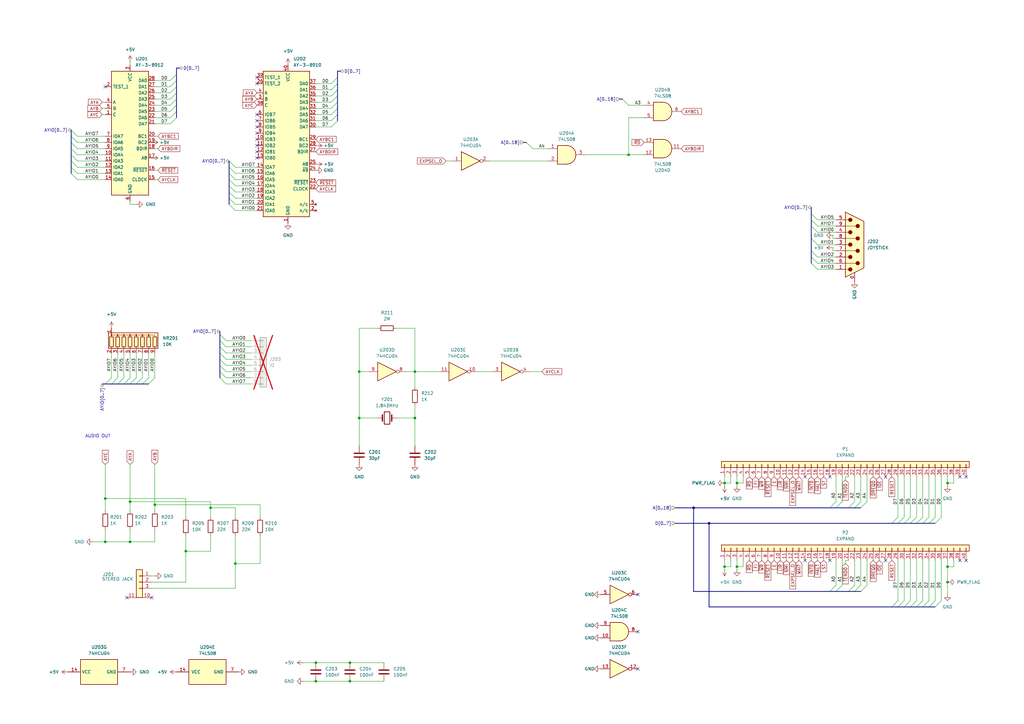
<source format=kicad_sch>
(kicad_sch (version 20231120) (generator "eeschema") (generator_version "8.0")
  (paper "A3")
  (junction (at 388.62 198.12))
  (junction (at 53.34 222.25))
  (junction (at 388.62 238.76))
  (junction (at 143.51 279.4))
  (junction (at 302.26 232.41))
  (junction (at 129.54 279.4))
  (junction (at 170.18 171.45))
  (junction (at 302.26 198.12))
  (junction (at 257.81 63.5))
  (junction (at 290.83 214.63))
  (junction (at 76.2 226.06))
  (junction (at 43.18 222.25))
  (junction (at 63.5 207.01))
  (junction (at 388.62 232.41))
  (junction (at 284.48 208.28))
  (junction (at 53.34 205.74))
  (junction (at 297.18 198.12))
  (junction (at 86.36 208.28))
  (junction (at 147.32 152.4))
  (junction (at 43.18 204.47))
  (junction (at 129.54 271.78))
  (junction (at 143.51 271.78))
  (junction (at 96.52 231.14))
  (junction (at 297.18 232.41))
  (junction (at 170.18 152.4))
  (junction (at 147.32 171.45))
  (no_connect (at 330.2 229.87))
  (no_connect (at 43.18 35.56))
  (no_connect (at 105.41 31.75))
  (no_connect (at 105.41 46.99))
  (no_connect (at 52.07 245.11))
  (no_connect (at 261.62 259.08))
  (no_connect (at 261.62 243.84))
  (no_connect (at 105.41 57.15))
  (no_connect (at 105.41 34.29))
  (no_connect (at 396.24 195.58))
  (no_connect (at 261.62 274.32))
  (no_connect (at 62.23 245.11))
  (no_connect (at 105.41 62.23))
  (no_connect (at 340.36 229.87))
  (no_connect (at 393.7 229.87))
  (no_connect (at 105.41 49.53))
  (no_connect (at 105.41 54.61))
  (no_connect (at 393.7 195.58))
  (no_connect (at 363.22 195.58))
  (no_connect (at 396.24 229.87))
  (no_connect (at 363.22 229.87))
  (no_connect (at 330.2 195.58))
  (no_connect (at 105.41 52.07))
  (no_connect (at 105.41 59.69))
  (no_connect (at 340.36 195.58))
  (no_connect (at 105.41 64.77))
  (bus_entry (at 332.74 102.87) (size 2.54 2.54))
  (bus_entry (at 135.89 41.91) (size 2.54 -2.54))
  (bus_entry (at 58.42 157.48) (size 2.54 -2.54))
  (bus_entry (at 135.89 52.07) (size 2.54 -2.54))
  (bus_entry (at 332.74 97.79) (size 2.54 2.54))
  (bus_entry (at 93.98 71.12) (size 2.54 2.54))
  (bus_entry (at 90.17 154.94) (size 2.54 2.54))
  (bus_entry (at 29.21 63.5) (size 2.54 2.54))
  (bus_entry (at 135.89 39.37) (size 2.54 -2.54))
  (bus_entry (at 93.98 73.66) (size 2.54 2.54))
  (bus_entry (at 60.96 157.48) (size 2.54 -2.54))
  (bus_entry (at 342.9 242.57) (size 2.54 -2.54))
  (bus_entry (at 29.21 60.96) (size 2.54 2.54))
  (bus_entry (at 340.36 208.28) (size 2.54 -2.54))
  (bus_entry (at 375.92 214.63) (size 2.54 -2.54))
  (bus_entry (at 373.38 214.63) (size 2.54 -2.54))
  (bus_entry (at 342.9 208.28) (size 2.54 -2.54))
  (bus_entry (at 45.72 157.48) (size 2.54 -2.54))
  (bus_entry (at 332.74 107.95) (size 2.54 2.54))
  (bus_entry (at 93.98 83.82) (size 2.54 2.54))
  (bus_entry (at 93.98 78.74) (size 2.54 2.54))
  (bus_entry (at 368.3 214.63) (size 2.54 -2.54))
  (bus_entry (at 69.85 38.1) (size 2.54 -2.54))
  (bus_entry (at 373.38 248.92) (size 2.54 -2.54))
  (bus_entry (at 375.92 248.92) (size 2.54 -2.54))
  (bus_entry (at 135.89 49.53) (size 2.54 -2.54))
  (bus_entry (at 135.89 44.45) (size 2.54 -2.54))
  (bus_entry (at 370.84 214.63) (size 2.54 -2.54))
  (bus_entry (at 383.54 248.92) (size 2.54 -2.54))
  (bus_entry (at 69.85 43.18) (size 2.54 -2.54))
  (bus_entry (at 353.06 208.28) (size 2.54 -2.54))
  (bus_entry (at 29.21 66.04) (size 2.54 2.54))
  (bus_entry (at 347.98 242.57) (size 2.54 -2.54))
  (bus_entry (at 350.52 242.57) (size 2.54 -2.54))
  (bus_entry (at 381 214.63) (size 2.54 -2.54))
  (bus_entry (at 69.85 33.02) (size 2.54 -2.54))
  (bus_entry (at 48.26 157.48) (size 2.54 -2.54))
  (bus_entry (at 332.74 92.71) (size 2.54 2.54))
  (bus_entry (at 29.21 68.58) (size 2.54 2.54))
  (bus_entry (at 93.98 66.04) (size 2.54 2.54))
  (bus_entry (at 353.06 242.57) (size 2.54 -2.54))
  (bus_entry (at 90.17 152.4) (size 2.54 2.54))
  (bus_entry (at 69.85 50.8) (size 2.54 -2.54))
  (bus_entry (at 43.18 157.48) (size 2.54 -2.54))
  (bus_entry (at 368.3 248.92) (size 2.54 -2.54))
  (bus_entry (at 135.89 36.83) (size 2.54 -2.54))
  (bus_entry (at 215.9 58.42) (size 2.54 2.54))
  (bus_entry (at 365.76 214.63) (size 2.54 -2.54))
  (bus_entry (at 340.36 242.57) (size 2.54 -2.54))
  (bus_entry (at 255.27 40.64) (size 2.54 2.54))
  (bus_entry (at 90.17 139.7) (size 2.54 2.54))
  (bus_entry (at 29.21 71.12) (size 2.54 2.54))
  (bus_entry (at 69.85 45.72) (size 2.54 -2.54))
  (bus_entry (at 90.17 147.32) (size 2.54 2.54))
  (bus_entry (at 55.88 157.48) (size 2.54 -2.54))
  (bus_entry (at 370.84 248.92) (size 2.54 -2.54))
  (bus_entry (at 90.17 137.16) (size 2.54 2.54))
  (bus_entry (at 135.89 34.29) (size 2.54 -2.54))
  (bus_entry (at 69.85 48.26) (size 2.54 -2.54))
  (bus_entry (at 383.54 214.63) (size 2.54 -2.54))
  (bus_entry (at 93.98 81.28) (size 2.54 2.54))
  (bus_entry (at 93.98 76.2) (size 2.54 2.54))
  (bus_entry (at 378.46 214.63) (size 2.54 -2.54))
  (bus_entry (at 69.85 40.64) (size 2.54 -2.54))
  (bus_entry (at 29.21 58.42) (size 2.54 2.54))
  (bus_entry (at 135.89 46.99) (size 2.54 -2.54))
  (bus_entry (at 350.52 208.28) (size 2.54 -2.54))
  (bus_entry (at 90.17 149.86) (size 2.54 2.54))
  (bus_entry (at 347.98 208.28) (size 2.54 -2.54))
  (bus_entry (at 365.76 248.92) (size 2.54 -2.54))
  (bus_entry (at 69.85 35.56) (size 2.54 -2.54))
  (bus_entry (at 378.46 248.92) (size 2.54 -2.54))
  (bus_entry (at 90.17 142.24) (size 2.54 2.54))
  (bus_entry (at 332.74 87.63) (size 2.54 2.54))
  (bus_entry (at 29.21 55.88) (size 2.54 2.54))
  (bus_entry (at 29.21 53.34) (size 2.54 2.54))
  (bus_entry (at 332.74 90.17) (size 2.54 2.54))
  (bus_entry (at 381 248.92) (size 2.54 -2.54))
  (bus_entry (at 53.34 157.48) (size 2.54 -2.54))
  (bus_entry (at 93.98 68.58) (size 2.54 2.54))
  (bus_entry (at 50.8 157.48) (size 2.54 -2.54))
  (bus_entry (at 90.17 144.78) (size 2.54 2.54))
  (bus_entry (at 332.74 105.41) (size 2.54 2.54))
  (wire (pts (xy 63.5 58.42) (xy 62.23 58.42)))
  (bus (pts (xy 290.83 248.92) (xy 365.76 248.92)))
  (wire (pts (xy 96.52 219.71) (xy 96.52 231.14)))
  (bus (pts (xy 340.36 208.28) (xy 342.9 208.28)))
  (bus (pts (xy 90.17 147.32) (xy 90.17 149.86)))
  (wire (pts (xy 43.18 190.5) (xy 43.18 204.47)))
  (wire (pts (xy 48.26 154.94) (xy 48.26 144.78)))
  (bus (pts (xy 93.98 73.66) (xy 93.98 76.2)))
  (wire (pts (xy 43.18 204.47) (xy 76.2 204.47)))
  (wire (pts (xy 43.18 41.91) (xy 41.91 41.91)))
  (wire (pts (xy 63.5 207.01) (xy 106.68 207.01)))
  (wire (pts (xy 154.94 134.62) (xy 147.32 134.62)))
  (wire (pts (xy 143.51 271.78) (xy 157.48 271.78)))
  (bus (pts (xy 93.98 66.04) (xy 93.98 68.58)))
  (wire (pts (xy 335.28 100.33) (xy 342.9 100.33)))
  (bus (pts (xy 365.76 248.92) (xy 368.3 248.92)))
  (wire (pts (xy 381 195.58) (xy 381 212.09)))
  (wire (pts (xy 63.5 154.94) (xy 63.5 144.78)))
  (wire (pts (xy 388.62 198.12) (xy 388.62 195.58)))
  (wire (pts (xy 162.56 171.45) (xy 170.18 171.45)))
  (wire (pts (xy 257.81 63.5) (xy 240.03 63.5)))
  (wire (pts (xy 96.52 76.2) (xy 105.41 76.2)))
  (wire (pts (xy 62.23 241.3) (xy 96.52 241.3)))
  (bus (pts (xy 90.17 135.89) (xy 90.17 137.16)))
  (wire (pts (xy 63.5 222.25) (xy 63.5 217.17)))
  (wire (pts (xy 378.46 195.58) (xy 378.46 212.09)))
  (wire (pts (xy 297.18 198.12) (xy 299.72 198.12)))
  (wire (pts (xy 341.63 101.6) (xy 341.63 102.87)))
  (wire (pts (xy 63.5 64.77) (xy 62.23 64.77)))
  (wire (pts (xy 388.62 198.12) (xy 391.16 198.12)))
  (wire (pts (xy 391.16 232.41) (xy 391.16 229.87)))
  (wire (pts (xy 345.44 195.58) (xy 345.44 205.74)))
  (wire (pts (xy 64.77 69.85) (xy 63.5 69.85)))
  (bus (pts (xy 72.39 35.56) (xy 72.39 38.1)))
  (wire (pts (xy 38.1 222.25) (xy 43.18 222.25)))
  (bus (pts (xy 93.98 78.74) (xy 93.98 81.28)))
  (wire (pts (xy 375.92 195.58) (xy 375.92 212.09)))
  (bus (pts (xy 58.42 157.48) (xy 60.96 157.48)))
  (bus (pts (xy 55.88 157.48) (xy 58.42 157.48)))
  (wire (pts (xy 64.77 73.66) (xy 63.5 73.66)))
  (wire (pts (xy 129.54 279.4) (xy 143.51 279.4)))
  (bus (pts (xy 48.26 157.48) (xy 50.8 157.48)))
  (wire (pts (xy 170.18 152.4) (xy 180.34 152.4)))
  (wire (pts (xy 43.18 44.45) (xy 41.91 44.45)))
  (wire (pts (xy 342.9 229.87) (xy 342.9 240.03)))
  (wire (pts (xy 257.81 48.26) (xy 257.81 63.5)))
  (wire (pts (xy 335.28 92.71) (xy 342.9 92.71)))
  (bus (pts (xy 93.98 71.12) (xy 93.98 73.66)))
  (bus (pts (xy 72.39 45.72) (xy 72.39 48.26)))
  (wire (pts (xy 170.18 134.62) (xy 170.18 152.4)))
  (wire (pts (xy 335.28 110.49) (xy 342.9 110.49)))
  (wire (pts (xy 297.18 199.39) (xy 297.18 198.12)))
  (wire (pts (xy 129.54 34.29) (xy 135.89 34.29)))
  (bus (pts (xy 138.43 46.99) (xy 138.43 49.53)))
  (bus (pts (xy 214.63 58.42) (xy 215.9 58.42)))
  (wire (pts (xy 96.52 86.36) (xy 105.41 86.36)))
  (wire (pts (xy 96.52 78.74) (xy 105.41 78.74)))
  (wire (pts (xy 96.52 212.09) (xy 96.52 208.28)))
  (bus (pts (xy 45.72 157.48) (xy 48.26 157.48)))
  (wire (pts (xy 370.84 195.58) (xy 370.84 212.09)))
  (wire (pts (xy 86.36 205.74) (xy 86.36 208.28)))
  (bus (pts (xy 332.74 92.71) (xy 332.74 97.79)))
  (wire (pts (xy 335.28 105.41) (xy 342.9 105.41)))
  (bus (pts (xy 276.86 208.28) (xy 284.48 208.28)))
  (wire (pts (xy 297.18 232.41) (xy 299.72 232.41)))
  (wire (pts (xy 62.23 238.76) (xy 76.2 238.76)))
  (wire (pts (xy 378.46 229.87) (xy 378.46 246.38)))
  (wire (pts (xy 302.26 232.41) (xy 304.8 232.41)))
  (bus (pts (xy 370.84 214.63) (xy 373.38 214.63)))
  (wire (pts (xy 92.71 139.7) (xy 102.87 139.7)))
  (bus (pts (xy 90.17 142.24) (xy 90.17 144.78)))
  (bus (pts (xy 43.18 157.48) (xy 45.72 157.48)))
  (wire (pts (xy 162.56 134.62) (xy 170.18 134.62)))
  (wire (pts (xy 96.52 73.66) (xy 105.41 73.66)))
  (wire (pts (xy 381 229.87) (xy 381 246.38)))
  (wire (pts (xy 373.38 229.87) (xy 373.38 246.38)))
  (bus (pts (xy 29.21 68.58) (xy 29.21 71.12)))
  (bus (pts (xy 332.74 102.87) (xy 332.74 105.41)))
  (bus (pts (xy 138.43 41.91) (xy 138.43 44.45)))
  (wire (pts (xy 386.08 229.87) (xy 386.08 246.38)))
  (wire (pts (xy 302.26 232.41) (xy 302.26 229.87)))
  (wire (pts (xy 124.46 271.78) (xy 129.54 271.78)))
  (wire (pts (xy 383.54 229.87) (xy 383.54 246.38)))
  (wire (pts (xy 302.26 199.39) (xy 302.26 198.12)))
  (wire (pts (xy 64.77 55.88) (xy 63.5 55.88)))
  (wire (pts (xy 264.16 48.26) (xy 257.81 48.26)))
  (wire (pts (xy 335.28 90.17) (xy 342.9 90.17)))
  (wire (pts (xy 63.5 38.1) (xy 69.85 38.1)))
  (bus (pts (xy 90.17 152.4) (xy 90.17 154.94)))
  (wire (pts (xy 388.62 199.39) (xy 388.62 198.12)))
  (bus (pts (xy 41.91 157.48) (xy 43.18 157.48)))
  (wire (pts (xy 64.77 60.96) (xy 63.5 60.96)))
  (wire (pts (xy 166.37 152.4) (xy 170.18 152.4)))
  (bus (pts (xy 373.38 248.92) (xy 375.92 248.92)))
  (wire (pts (xy 129.54 49.53) (xy 135.89 49.53)))
  (bus (pts (xy 342.9 208.28) (xy 347.98 208.28)))
  (bus (pts (xy 276.86 214.63) (xy 290.83 214.63)))
  (wire (pts (xy 170.18 166.37) (xy 170.18 171.45)))
  (wire (pts (xy 147.32 134.62) (xy 147.32 152.4)))
  (bus (pts (xy 340.36 242.57) (xy 342.9 242.57)))
  (wire (pts (xy 31.75 63.5) (xy 43.18 63.5)))
  (wire (pts (xy 92.71 152.4) (xy 102.87 152.4)))
  (bus (pts (xy 29.21 53.34) (xy 29.21 55.88)))
  (wire (pts (xy 368.3 229.87) (xy 368.3 246.38)))
  (wire (pts (xy 92.71 144.78) (xy 102.87 144.78)))
  (bus (pts (xy 368.3 248.92) (xy 370.84 248.92)))
  (wire (pts (xy 92.71 154.94) (xy 102.87 154.94)))
  (wire (pts (xy 86.36 219.71) (xy 86.36 226.06)))
  (wire (pts (xy 264.16 63.5) (xy 257.81 63.5)))
  (wire (pts (xy 375.92 229.87) (xy 375.92 246.38)))
  (bus (pts (xy 72.39 30.48) (xy 72.39 33.02)))
  (wire (pts (xy 55.88 154.94) (xy 55.88 144.78)))
  (wire (pts (xy 53.34 190.5) (xy 53.34 205.74)))
  (bus (pts (xy 350.52 242.57) (xy 353.06 242.57)))
  (wire (pts (xy 31.75 55.88) (xy 43.18 55.88)))
  (wire (pts (xy 335.28 107.95) (xy 342.9 107.95)))
  (bus (pts (xy 347.98 208.28) (xy 350.52 208.28)))
  (bus (pts (xy 93.98 76.2) (xy 93.98 78.74)))
  (wire (pts (xy 299.72 198.12) (xy 299.72 195.58)))
  (wire (pts (xy 335.28 95.25) (xy 342.9 95.25)))
  (wire (pts (xy 147.32 152.4) (xy 147.32 171.45)))
  (wire (pts (xy 147.32 152.4) (xy 151.13 152.4)))
  (bus (pts (xy 138.43 36.83) (xy 138.43 39.37)))
  (wire (pts (xy 147.32 171.45) (xy 147.32 182.88)))
  (wire (pts (xy 341.63 97.79) (xy 342.9 97.79)))
  (wire (pts (xy 31.75 71.12) (xy 43.18 71.12)))
  (bus (pts (xy 53.34 157.48) (xy 55.88 157.48)))
  (wire (pts (xy 58.42 154.94) (xy 58.42 144.78)))
  (bus (pts (xy 93.98 68.58) (xy 93.98 71.12)))
  (wire (pts (xy 53.34 205.74) (xy 53.34 209.55)))
  (wire (pts (xy 31.75 60.96) (xy 43.18 60.96)))
  (bus (pts (xy 254 40.64) (xy 255.27 40.64)))
  (bus (pts (xy 332.74 90.17) (xy 332.74 92.71)))
  (wire (pts (xy 353.06 195.58) (xy 353.06 205.74)))
  (wire (pts (xy 346.71 231.14) (xy 346.71 229.87)))
  (wire (pts (xy 63.5 48.26) (xy 69.85 48.26)))
  (wire (pts (xy 341.63 96.52) (xy 341.63 97.79)))
  (wire (pts (xy 388.62 238.76) (xy 388.62 232.41)))
  (wire (pts (xy 96.52 71.12) (xy 105.41 71.12)))
  (wire (pts (xy 53.34 83.82) (xy 55.88 83.82)))
  (wire (pts (xy 129.54 36.83) (xy 135.89 36.83)))
  (wire (pts (xy 106.68 231.14) (xy 106.68 219.71)))
  (wire (pts (xy 92.71 142.24) (xy 102.87 142.24)))
  (wire (pts (xy 96.52 208.28) (xy 86.36 208.28)))
  (wire (pts (xy 386.08 195.58) (xy 386.08 212.09)))
  (bus (pts (xy 29.21 63.5) (xy 29.21 66.04)))
  (wire (pts (xy 297.18 232.41) (xy 297.18 229.87)))
  (wire (pts (xy 302.26 198.12) (xy 304.8 198.12)))
  (bus (pts (xy 72.39 43.18) (xy 72.39 45.72)))
  (wire (pts (xy 185.42 66.04) (xy 182.88 66.04)))
  (wire (pts (xy 129.54 46.99) (xy 135.89 46.99)))
  (bus (pts (xy 332.74 97.79) (xy 332.74 102.87)))
  (bus (pts (xy 29.21 66.04) (xy 29.21 68.58)))
  (wire (pts (xy 304.8 232.41) (xy 304.8 229.87)))
  (bus (pts (xy 365.76 214.63) (xy 368.3 214.63)))
  (bus (pts (xy 284.48 208.28) (xy 284.48 242.57)))
  (bus (pts (xy 138.43 29.21) (xy 138.43 31.75)))
  (wire (pts (xy 96.52 83.82) (xy 105.41 83.82)))
  (wire (pts (xy 297.18 198.12) (xy 297.18 195.58)))
  (bus (pts (xy 73.66 27.94) (xy 72.39 27.94)))
  (bus (pts (xy 381 248.92) (xy 383.54 248.92)))
  (wire (pts (xy 129.54 52.07) (xy 135.89 52.07)))
  (wire (pts (xy 304.8 198.12) (xy 304.8 195.58)))
  (wire (pts (xy 346.71 229.87) (xy 347.98 229.87)))
  (bus (pts (xy 378.46 248.92) (xy 381 248.92)))
  (wire (pts (xy 31.75 58.42) (xy 43.18 58.42)))
  (bus (pts (xy 370.84 248.92) (xy 373.38 248.92)))
  (bus (pts (xy 90.17 144.78) (xy 90.17 147.32)))
  (bus (pts (xy 72.39 33.02) (xy 72.39 35.56)))
  (wire (pts (xy 86.36 226.06) (xy 76.2 226.06)))
  (wire (pts (xy 224.79 60.96) (xy 218.44 60.96)))
  (bus (pts (xy 90.17 139.7) (xy 90.17 142.24)))
  (wire (pts (xy 353.06 229.87) (xy 353.06 240.03)))
  (bus (pts (xy 350.52 208.28) (xy 353.06 208.28)))
  (wire (pts (xy 31.75 66.04) (xy 43.18 66.04)))
  (bus (pts (xy 368.3 214.63) (xy 370.84 214.63)))
  (wire (pts (xy 53.34 83.82) (xy 53.34 82.55)))
  (wire (pts (xy 76.2 238.76) (xy 76.2 226.06)))
  (wire (pts (xy 143.51 279.4) (xy 157.48 279.4)))
  (wire (pts (xy 63.5 40.64) (xy 69.85 40.64)))
  (wire (pts (xy 383.54 195.58) (xy 383.54 212.09)))
  (wire (pts (xy 43.18 217.17) (xy 43.18 222.25)))
  (wire (pts (xy 350.52 229.87) (xy 350.52 240.03)))
  (wire (pts (xy 63.5 190.5) (xy 63.5 207.01)))
  (bus (pts (xy 290.83 214.63) (xy 365.76 214.63)))
  (wire (pts (xy 170.18 152.4) (xy 170.18 158.75)))
  (bus (pts (xy 50.8 157.48) (xy 53.34 157.48)))
  (wire (pts (xy 43.18 222.25) (xy 53.34 222.25)))
  (wire (pts (xy 60.96 154.94) (xy 60.96 144.78)))
  (wire (pts (xy 222.25 152.4) (xy 217.17 152.4)))
  (wire (pts (xy 355.6 229.87) (xy 355.6 240.03)))
  (wire (pts (xy 96.52 68.58) (xy 105.41 68.58)))
  (bus (pts (xy 347.98 242.57) (xy 350.52 242.57)))
  (wire (pts (xy 129.54 39.37) (xy 135.89 39.37)))
  (bus (pts (xy 375.92 248.92) (xy 378.46 248.92)))
  (wire (pts (xy 50.8 154.94) (xy 50.8 144.78)))
  (wire (pts (xy 355.6 195.58) (xy 355.6 205.74)))
  (wire (pts (xy 31.75 68.58) (xy 43.18 68.58)))
  (wire (pts (xy 63.5 50.8) (xy 69.85 50.8)))
  (wire (pts (xy 170.18 171.45) (xy 170.18 182.88)))
  (wire (pts (xy 388.62 232.41) (xy 388.62 229.87)))
  (wire (pts (xy 264.16 43.18) (xy 257.81 43.18)))
  (wire (pts (xy 63.5 45.72) (xy 69.85 45.72)))
  (wire (pts (xy 53.34 154.94) (xy 53.34 144.78)))
  (wire (pts (xy 391.16 198.12) (xy 391.16 195.58)))
  (wire (pts (xy 76.2 226.06) (xy 76.2 219.71)))
  (bus (pts (xy 375.92 214.63) (xy 378.46 214.63)))
  (wire (pts (xy 76.2 204.47) (xy 76.2 212.09)))
  (wire (pts (xy 124.46 279.4) (xy 129.54 279.4)))
  (wire (pts (xy 63.5 33.02) (xy 69.85 33.02)))
  (wire (pts (xy 368.3 195.58) (xy 368.3 212.09)))
  (wire (pts (xy 147.32 171.45) (xy 154.94 171.45)))
  (wire (pts (xy 63.5 207.01) (xy 63.5 209.55)))
  (wire (pts (xy 299.72 232.41) (xy 299.72 229.87)))
  (wire (pts (xy 62.23 236.22) (xy 63.5 236.22)))
  (bus (pts (xy 290.83 214.63) (xy 290.83 248.92)))
  (bus (pts (xy 332.74 87.63) (xy 332.74 90.17)))
  (wire (pts (xy 92.71 147.32) (xy 102.87 147.32)))
  (wire (pts (xy 45.72 154.94) (xy 45.72 144.78)))
  (wire (pts (xy 346.71 195.58) (xy 347.98 195.58)))
  (wire (pts (xy 53.34 217.17) (xy 53.34 222.25)))
  (bus (pts (xy 93.98 81.28) (xy 93.98 83.82)))
  (wire (pts (xy 195.58 152.4) (xy 201.93 152.4)))
  (bus (pts (xy 284.48 208.28) (xy 340.36 208.28)))
  (wire (pts (xy 92.71 149.86) (xy 102.87 149.86)))
  (wire (pts (xy 373.38 195.58) (xy 373.38 212.09)))
  (wire (pts (xy 297.18 233.68) (xy 297.18 232.41)))
  (bus (pts (xy 138.43 31.75) (xy 138.43 34.29)))
  (bus (pts (xy 378.46 214.63) (xy 381 214.63)))
  (wire (pts (xy 341.63 102.87) (xy 342.9 102.87)))
  (bus (pts (xy 29.21 60.96) (xy 29.21 63.5)))
  (wire (pts (xy 106.68 207.01) (xy 106.68 212.09)))
  (wire (pts (xy 96.52 81.28) (xy 105.41 81.28)))
  (bus (pts (xy 72.39 40.64) (xy 72.39 43.18)))
  (bus (pts (xy 72.39 27.94) (xy 72.39 30.48)))
  (wire (pts (xy 43.18 46.99) (xy 41.91 46.99)))
  (wire (pts (xy 129.54 41.91) (xy 135.89 41.91)))
  (bus (pts (xy 138.43 39.37) (xy 138.43 41.91)))
  (wire (pts (xy 224.79 66.04) (xy 200.66 66.04)))
  (wire (pts (xy 302.26 233.68) (xy 302.26 232.41)))
  (bus (pts (xy 342.9 242.57) (xy 347.98 242.57)))
  (bus (pts (xy 373.38 214.63) (xy 375.92 214.63)))
  (bus (pts (xy 90.17 149.86) (xy 90.17 152.4)))
  (wire (pts (xy 388.62 232.41) (xy 391.16 232.41)))
  (bus (pts (xy 139.7 29.21) (xy 138.43 29.21)))
  (wire (pts (xy 342.9 195.58) (xy 342.9 205.74)))
  (wire (pts (xy 43.18 204.47) (xy 43.18 209.55)))
  (wire (pts (xy 63.5 43.18) (xy 69.85 43.18)))
  (wire (pts (xy 92.71 157.48) (xy 102.87 157.48)))
  (wire (pts (xy 53.34 205.74) (xy 86.36 205.74)))
  (bus (pts (xy 29.21 55.88) (xy 29.21 58.42)))
  (bus (pts (xy 138.43 34.29) (xy 138.43 36.83)))
  (wire (pts (xy 302.26 198.12) (xy 302.26 195.58)))
  (wire (pts (xy 388.62 243.84) (xy 388.62 238.76)))
  (bus (pts (xy 332.74 105.41) (xy 332.74 107.95)))
  (wire (pts (xy 53.34 222.25) (xy 63.5 222.25)))
  (wire (pts (xy 129.54 44.45) (xy 135.89 44.45)))
  (wire (pts (xy 86.36 208.28) (xy 86.36 212.09)))
  (bus (pts (xy 284.48 242.57) (xy 340.36 242.57)))
  (bus (pts (xy 72.39 38.1) (xy 72.39 40.64)))
  (bus (pts (xy 29.21 58.42) (xy 29.21 60.96)))
  (wire (pts (xy 63.5 35.56) (xy 69.85 35.56)))
  (wire (pts (xy 96.52 231.14) (xy 96.52 241.3)))
  (wire (pts (xy 31.75 73.66) (xy 43.18 73.66)))
  (wire (pts (xy 370.84 229.87) (xy 370.84 246.38)))
  (bus (pts (xy 332.74 85.09) (xy 332.74 87.63)))
  (wire (pts (xy 350.52 195.58) (xy 350.52 205.74)))
  (wire (pts (xy 53.34 26.67) (xy 53.34 25.4)))
  (wire (pts (xy 96.52 231.14) (xy 106.68 231.14)))
  (bus (pts (xy 90.17 137.16) (xy 90.17 139.7)))
  (wire (pts (xy 345.44 229.87) (xy 345.44 240.03)))
  (wire (pts (xy 346.71 196.85) (xy 346.71 195.58)))
  (bus (pts (xy 381 214.63) (xy 383.54 214.63)))
  (bus (pts (xy 138.43 44.45) (xy 138.43 46.99)))
  (wire (pts (xy 129.54 271.78) (xy 143.51 271.78)))
  (text "AUDIO OUT\n" (at 34.925 179.705 0) (effects (font (size 1.27 1.27)) (justify left bottom)))
  (label "D6" (at 66.04 48.26 0))
  (label "D0" (at 386.08 207.01 90))
  (label "AYIO4" (at 99.06 76.2 0))
  (label "D6" (at 132.08 49.53 0))
  (label "A1" (at 345.44 238.76 90))
  (label "AYIO1" (at 95.25 142.24 0))
  (label "D2" (at 66.04 38.1 0))
  (label "D5" (at 373.38 241.3 90))
  (label "AYIO6" (at 48.26 152.4 90))
  (label "A3" (at 260.35 43.18 0))
  (label "AYIO5" (at 336.55 90.17 0))
  (label "AYIO3" (at 95.25 147.32 0))
  (label "AYIO1" (at 60.96 152.4 90))
  (label "D0" (at 132.08 34.29 0))
  (label "D2" (at 381 241.3 90))
  (label "AYIO5" (at 95.25 152.4 0))
  (label "A4" (at 355.6 204.47 90))
  (label "D4" (at 378.46 241.3 90))
  (label "D7" (at 66.04 50.8 0))
  (label "AYIO7" (at 34.925 55.88 0))
  (label "D2" (at 132.08 39.37 0))
  (label "D1" (at 383.54 241.3 90))
  (label "D3" (at 66.04 40.64 0))
  (label "AYIO2" (at 95.25 144.78 0))
  (label "AYIO4" (at 336.55 107.95 0))
  (label "D7" (at 368.3 207.01 90))
  (label "AYIO0" (at 95.25 139.7 0))
  (label "AYIO5" (at 34.925 60.96 0))
  (label "D4" (at 132.08 44.45 0))
  (label "A1" (at 345.44 204.47 90))
  (label "AYIO5" (at 99.06 73.66 0))
  (label "D3" (at 375.92 241.3 90))
  (label "AYIO2" (at 336.55 105.41 0))
  (label "A2" (at 350.52 238.76 90))
  (label "D5" (at 66.04 45.72 0))
  (label "AYIO3" (at 336.55 110.49 0))
  (label "D6" (at 370.84 241.3 90))
  (label "AYIO7" (at 336.55 92.71 0))
  (label "D3" (at 375.92 207.01 90))
  (label "A4" (at 355.6 238.76 90))
  (label "AYIO0" (at 99.06 86.36 0))
  (label "AYIO4" (at 53.34 152.4 90))
  (label "AYIO1" (at 99.06 83.82 0))
  (label "AYIO0" (at 336.55 95.25 0))
  (label "AYIO0" (at 63.5 152.4 90))
  (label "D0" (at 386.08 241.3 90))
  (label "D0" (at 66.04 33.02 0))
  (label "D4" (at 66.04 43.18 0))
  (label "AYIO7" (at 99.06 68.58 0))
  (label "D3" (at 132.08 41.91 0))
  (label "AYIO4" (at 95.25 149.86 0))
  (label "A0" (at 342.9 238.76 90))
  (label "AYIO3" (at 99.06 78.74 0))
  (label "AYIO1" (at 34.925 71.12 0))
  (label "AYIO0" (at 34.925 73.66 0))
  (label "D1" (at 66.04 35.56 0))
  (label "A3" (at 353.06 238.76 90))
  (label "AYIO6" (at 95.25 154.94 0))
  (label "AYIO1" (at 336.55 100.33 0))
  (label "D4" (at 378.46 207.01 90))
  (label "AYIO7" (at 45.72 152.4 90))
  (label "AYIO6" (at 99.06 71.12 0))
  (label "D5" (at 132.08 46.99 0))
  (label "D6" (at 370.84 207.01 90))
  (label "D1" (at 132.08 36.83 0))
  (label "AYIO7" (at 95.25 157.48 0))
  (label "A0" (at 342.9 204.47 90))
  (label "AYIO6" (at 34.925 58.42 0))
  (label "D1" (at 383.54 207.01 90))
  (label "AYIO4" (at 34.925 63.5 0))
  (label "AYIO2" (at 99.06 81.28 0))
  (label "A4" (at 220.98 60.96 0))
  (label "AYIO2" (at 34.925 68.58 0))
  (label "AYIO5" (at 50.8 152.4 90))
  (label "D7" (at 368.3 241.3 90))
  (label "A3" (at 353.06 204.47 90))
  (label "A2" (at 350.52 204.47 90))
  (label "AYIO2" (at 58.42 152.4 90))
  (label "D5" (at 373.38 207.01 90))
  (label "AYIO3" (at 55.88 152.4 90))
  (label "D2" (at 381 207.01 90))
  (label "D7" (at 132.08 52.07 0))
  (label "AYIO3" (at 34.925 66.04 0))
  (global_label "AYBC1" (shape input) (at 64.77 55.88 0) (property "Intersheetrefs" "${INTERSHEET_REFS}" (effects (hide yes))))
  (global_label "~{RESET}" (shape input) (at 314.96 195.58 270) (property "Intersheetrefs" "${INTERSHEET_REFS}" (effects (hide yes))))
  (global_label "ST" (shape input) (at 337.82 195.58 270) (property "Intersheetrefs" "${INTERSHEET_REFS}" (effects (hide yes))))
  (global_label "~{DREQ0}" (shape input) (at 358.14 229.87 270) (property "Intersheetrefs" "${INTERSHEET_REFS}" (effects (hide yes))))
  (global_label "~{RD}" (shape input) (at 307.34 195.58 270) (property "Intersheetrefs" "${INTERSHEET_REFS}" (effects (hide yes))))
  (global_label "AYBDIR" (shape input) (at 279.4 60.96 0) (property "Intersheetrefs" "${INTERSHEET_REFS}" (effects (hide yes))))
  (global_label "AYCLK" (shape input) (at 222.25 152.4 0) (property "Intersheetrefs" "${INTERSHEET_REFS}" (effects (hide yes))))
  (global_label "FI" (shape input) (at 309.88 195.58 270) (property "Intersheetrefs" "${INTERSHEET_REFS}" (effects (hide yes))))
  (global_label "~{LIR}" (shape input) (at 320.04 229.87 270) (property "Intersheetrefs" "${INTERSHEET_REFS}" (effects (hide yes))))
  (global_label "~{WAIT}" (shape input) (at 327.66 229.87 270) (property "Intersheetrefs" "${INTERSHEET_REFS}" (effects (hide yes))))
  (global_label "~{RESET}" (shape input) (at 64.77 69.85 0) (property "Intersheetrefs" "${INTERSHEET_REFS}" (effects (hide yes))))
  (global_label "~{NMI}" (shape input) (at 322.58 229.87 270) (property "Intersheetrefs" "${INTERSHEET_REFS}" (effects (hide yes))))
  (global_label "AYA" (shape input) (at 105.41 38.1 180) (property "Intersheetrefs" "${INTERSHEET_REFS}" (effects (hide yes))))
  (global_label "~{INT0}" (shape input) (at 332.74 195.58 270) (property "Intersheetrefs" "${INTERSHEET_REFS}" (effects (hide yes))))
  (global_label "ST" (shape input) (at 337.82 229.87 270) (property "Intersheetrefs" "${INTERSHEET_REFS}" (effects (hide yes))))
  (global_label "AYB" (shape input) (at 41.91 44.45 180) (property "Intersheetrefs" "${INTERSHEET_REFS}" (effects (hide yes))))
  (global_label "~{WR}" (shape input) (at 312.42 229.87 270) (property "Intersheetrefs" "${INTERSHEET_REFS}" (effects (hide yes))))
  (global_label "FI" (shape input) (at 309.88 229.87 270) (property "Intersheetrefs" "${INTERSHEET_REFS}" (effects (hide yes))))
  (global_label "AYC" (shape input) (at 41.91 46.99 180) (property "Intersheetrefs" "${INTERSHEET_REFS}" (effects (hide yes))))
  (global_label "~{RD}" (shape input) (at 307.34 229.87 270) (property "Intersheetrefs" "${INTERSHEET_REFS}" (effects (hide yes))))
  (global_label "AYCLK" (shape input) (at 64.77 73.66 0) (property "Intersheetrefs" "${INTERSHEET_REFS}" (effects (hide yes))))
  (global_label "~{IOE}" (shape input) (at 360.68 195.58 270) (property "Intersheetrefs" "${INTERSHEET_REFS}" (effects (hide yes))))
  (global_label "~{RESET}" (shape input) (at 129.54 74.93 0) (property "Intersheetrefs" "${INTERSHEET_REFS}" (effects (hide yes))))
  (global_label "~{HALT}" (shape input) (at 335.28 195.58 270) (property "Intersheetrefs" "${INTERSHEET_REFS}" (effects (hide yes))))
  (global_label "E" (shape input) (at 317.5 195.58 270) (property "Intersheetrefs" "${INTERSHEET_REFS}" (effects (hide yes))))
  (global_label "~{IOE}" (shape input) (at 360.68 229.87 270) (property "Intersheetrefs" "${INTERSHEET_REFS}" (effects (hide yes))))
  (global_label "~{WR}" (shape input) (at 312.42 195.58 270) (property "Intersheetrefs" "${INTERSHEET_REFS}" (effects (hide yes))))
  (global_label "AYBDIR" (shape input) (at 64.77 60.96 0) (property "Intersheetrefs" "${INTERSHEET_REFS}" (effects (hide yes))))
  (global_label "~{DREQ0}" (shape input) (at 358.14 195.58 270) (property "Intersheetrefs" "${INTERSHEET_REFS}" (effects (hide yes))))
  (global_label "EXPSEL_O" (shape input) (at 325.12 229.87 270) (property "Intersheetrefs" "${INTERSHEET_REFS}" (effects (hide yes))))
  (global_label "E" (shape input) (at 317.5 229.87 270) (property "Intersheetrefs" "${INTERSHEET_REFS}" (effects (hide yes))))
  (global_label "AYC" (shape input) (at 105.41 43.18 180) (property "Intersheetrefs" "${INTERSHEET_REFS}" (effects (hide yes))))
  (global_label "~{TEND0}" (shape input) (at 346.71 231.14 270) (property "Intersheetrefs" "${INTERSHEET_REFS}" (effects (hide yes))))
  (global_label "~{HALT}" (shape input) (at 335.28 229.87 270) (property "Intersheetrefs" "${INTERSHEET_REFS}" (effects (hide yes))))
  (global_label "AYBC1" (shape input) (at 129.54 57.15 0) (property "Intersheetrefs" "${INTERSHEET_REFS}" (effects (hide yes))))
  (global_label "AYCLK" (shape input) (at 129.54 77.47 0) (property "Intersheetrefs" "${INTERSHEET_REFS}" (effects (hide yes))))
  (global_label "AYBDIR" (shape input) (at 129.54 62.23 0) (property "Intersheetrefs" "${INTERSHEET_REFS}" (effects (hide yes))))
  (global_label "~{LIR}" (shape input) (at 320.04 195.58 270) (property "Intersheetrefs" "${INTERSHEET_REFS}" (effects (hide yes))))
  (global_label "~{WAIT}" (shape input) (at 327.66 195.58 270) (property "Intersheetrefs" "${INTERSHEET_REFS}" (effects (hide yes))))
  (global_label "~{NMI}" (shape input) (at 322.58 195.58 270) (property "Intersheetrefs" "${INTERSHEET_REFS}" (effects (hide yes))))
  (global_label "~{RESET}" (shape input) (at 314.96 229.87 270) (property "Intersheetrefs" "${INTERSHEET_REFS}" (effects (hide yes))))
  (global_label "~{TEND0}" (shape input) (at 346.71 196.85 270) (property "Intersheetrefs" "${INTERSHEET_REFS}" (effects (hide yes))))
  (global_label "AYB" (shape input) (at 105.41 40.64 180) (property "Intersheetrefs" "${INTERSHEET_REFS}" (effects (hide yes))))
  (global_label "AYBC1" (shape input) (at 279.4 45.72 0) (property "Intersheetrefs" "${INTERSHEET_REFS}" (effects (hide yes))))
  (global_label "EXPSEL_O" (shape input) (at 325.12 195.58 270) (property "Intersheetrefs" "${INTERSHEET_REFS}" (effects (hide yes))))
  (global_label "AYC" (shape input) (at 43.18 190.5 90) (property "Intersheetrefs" "${INTERSHEET_REFS}" (effects (hide yes))))
  (global_label "EXPSEL_O" (shape input) (at 182.88 66.04 180) (property "Intersheetrefs" "${INTERSHEET_REFS}" (effects (hide yes))))
  (global_label "~{INT0}" (shape input) (at 332.74 229.87 270) (property "Intersheetrefs" "${INTERSHEET_REFS}" (effects (hide yes))))
  (global_label "AYB" (shape input) (at 63.5 190.5 90) (property "Intersheetrefs" "${INTERSHEET_REFS}" (effects (hide yes))))
  (global_label "RESET" (shape input) (at 365.76 229.87 270) (property "Intersheetrefs" "${INTERSHEET_REFS}" (effects (hide yes))))
  (global_label "RESET" (shape input) (at 365.76 195.58 270) (property "Intersheetrefs" "${INTERSHEET_REFS}" (effects (hide yes))))
  (global_label "AYA" (shape input) (at 53.34 190.5 90) (property "Intersheetrefs" "${INTERSHEET_REFS}" (effects (hide yes))))
  (global_label "AYA" (shape input) (at 41.91 41.91 180) (property "Intersheetrefs" "${INTERSHEET_REFS}" (effects (hide yes))))
  (global_label "~{RD}" (shape input) (at 264.16 58.42 180) (property "Intersheetrefs" "${INTERSHEET_REFS}" (effects (hide yes))))
  (hierarchical_label "AYIO[0..7]" (shape bidirectional) (at 41.91 157.48 270))
  (hierarchical_label "D[0..7]" (shape bidirectional) (at 139.7 29.21 0))
  (hierarchical_label "D[0..7]" (shape bidirectional) (at 73.66 27.94 0))
  (hierarchical_label "AYIO[0..7]" (shape bidirectional) (at 90.17 135.89 180))
  (hierarchical_label "D[0..7]" (shape input) (at 276.86 214.63 180))
  (hierarchical_label "AYIO[0..7]" (shape bidirectional) (at 93.98 66.04 180))
  (hierarchical_label "AYIO[0..7]" (shape bidirectional) (at 332.74 85.09 180))
  (hierarchical_label "A[0..18]" (shape input) (at 214.63 58.42 180))
  (hierarchical_label "A[0..18]" (shape input) (at 276.86 208.28 180))
  (hierarchical_label "AYIO[0..7]" (shape bidirectional) (at 29.21 53.34 180))
  (hierarchical_label "A[0..18]" (shape input) (at 254 40.64 180))
  (symbol (lib_id "power:GND") (at 55.88 83.82 90) (unit 1)
    (property "Reference" "#PWR0205" (effects (hide yes)))
    (property "Value" "GND" (at 59.69 83.8199 90) (effects (justify right)))
    (property "Description" "Power symbol creates a global label with name \"GND\" , ground" (effects (hide yes)))
  )
  (symbol (lib_id "power:+5V") (at 27.94 275.59 90) (unit 1)
    (property "Reference" "#PWR0219" (effects (hide yes)))
    (property "Value" "+5V" (at 24.13 275.5899 90) (effects (justify left)))
    (property "Description" "Power symbol creates a global label with name \"+5V\"" (effects (hide yes)))
  )
  (symbol (lib_id "power:+5V") (at 129.54 59.69 270) (unit 1)
    (property "Reference" "#PWR0210" (effects (hide yes)))
    (property "Value" "+5V" (at 132.715 59.6899 90) (effects (justify left)))
    (property "Description" "Power symbol creates a global label with name \"+5V\"" (effects (hide yes)))
  )
  (symbol (lib_id "74xx:74LS04") (at 254 274.32 0) (unit 6)
    (property "Reference" "U203" (at 254 265.43 0))
    (property "Value" "74HCU04" (at 254 267.97 0))
    (property "Footprint" "011TIM:DIP-14_W7.62mm" (effects (hide yes)))
    (property "Datasheet" "http://www.ti.com/lit/gpn/sn74LS04" (effects (hide yes)))
    (property "Description" "Hex Inverter" (effects (hide yes)))
  )
  (symbol (lib_id "power:GND") (at 124.46 279.4 270) (unit 1)
    (property "Reference" "#PWR0233" (effects (hide yes)))
    (property "Value" "GND" (at 120.65 279.3999 90) (effects (justify right)))
    (property "Description" "Power symbol creates a global label with name \"GND\" , ground" (effects (hide yes)))
  )
  (symbol (lib_id "Connector_Generic:Conn_01x08") (at 107.95 147.32 0) (unit 1) (exclude_from_sim yes) (in_bom no) (on_board no) (dnp yes)
    (property "Reference" "J203" (at 110.49 147.3199 0) (effects (justify left)))
    (property "Value" "IO" (at 110.49 149.8599 0) (effects (justify left)))
    (property "Footprint" "Connector_PinHeader_2.54mm:PinHeader_1x08_P2.54mm_Vertical" (effects (hide yes)))
    (property "Description" "Generic connector, single row, 01x08, script generated (kicad-library-utils/schlib/autogen/connector/)" (effects (hide yes)))
  )
  (symbol (lib_id "power:+5V") (at 62.23 64.77 270) (unit 1)
    (property "Reference" "#PWR0207" (effects (hide yes)))
    (property "Value" "+5V" (at 65.405 64.7699 90) (effects (justify left)))
    (property "Description" "Power symbol creates a global label with name \"+5V\"" (effects (hide yes)))
  )
  (symbol (lib_id "Device:R_Network08") (at 55.88 139.7 0) (unit 1)
    (property "Reference" "NR201" (at 66.675 138.6839 0) (effects (justify left)))
    (property "Value" "10K" (at 66.675 141.2239 0) (effects (justify left)))
    (property "Footprint" "011TIM:R_Array_SIP9" (effects (hide yes)))
    (property "Datasheet" "http://www.vishay.com/docs/31509/csc.pdf" (effects (hide yes)))
    (property "Description" "8 resistor network, star topology, bussed resistors, small symbol" (effects (hide yes)))
  )
  (symbol (lib_id "TIMAYSound:AUDIO") (at 57.15 238.76 0) (mirror y) (unit 1)
    (property "Reference" "J201" (at 44.45 235.585 0))
    (property "Value" "STEREO JACK" (at 48.26 237.49 0))
    (property "Footprint" "011TIM:STEREO" (effects (hide yes)))
    (property "Description" "Generic connector, single row, 01x03, script generated (kicad-library-utils/schlib/autogen/connector/)" (effects (hide yes)))
  )
  (symbol (lib_id "TIMAYSound:AY-3-8910") (at 118.11 59.69 0) (unit 1)
    (property "Reference" "U202" (at 120.3041 24.13 0) (effects (justify left)))
    (property "Value" "AY-3-8910" (at 120.3041 26.67 0) (effects (justify left)))
    (property "Footprint" "011TIM:DIP-40_W15.24mm_Socket" (effects (hide yes)))
  )
  (symbol (lib_id "Device:C") (at 143.51 275.59 0) (unit 1)
    (property "Reference" "C204" (at 147.32 274.3199 0) (effects (justify left)))
    (property "Value" "100nF" (at 147.32 276.8599 0) (effects (justify left)))
    (property "Footprint" "011TIM:Ceramic Cap 5.00mm" (effects (hide yes)))
    (property "Description" "Unpolarized capacitor" (effects (hide yes)))
  )
  (symbol (lib_id "Device:R") (at 170.18 162.56 0) (unit 1)
    (property "Reference" "R212" (at 172.72 161.2899 0) (effects (justify left)))
    (property "Value" "1K" (at 172.72 163.8299 0) (effects (justify left)))
    (property "Footprint" "011TIM:Resistor 12.7mm" (effects (hide yes)))
    (property "Description" "Resistor" (effects (hide yes)))
    (property "LCSC" "C84376" (effects (hide yes)))
  )
  (symbol (lib_id "power:+5V") (at 118.11 26.67 0) (unit 1)
    (property "Reference" "#PWR0208" (effects (hide yes)))
    (property "Value" "+5V" (at 118.11 20.955 0))
    (property "Description" "Power symbol creates a global label with name \"+5V\"" (effects (hide yes)))
  )
  (symbol (lib_id "Device:C") (at 170.18 186.69 180) (unit 1)
    (property "Reference" "C202" (at 173.99 185.4199 0) (effects (justify right)))
    (property "Value" "30pF" (at 173.99 187.9599 0) (effects (justify right)))
    (property "Footprint" "011TIM:Ceramic Cap 5.00mm" (effects (hide yes)))
    (property "Description" "Unpolarized capacitor" (effects (hide yes)))
  )
  (symbol (lib_id "Connector_Generic:Conn_01x40") (at 345.44 190.5 90) (unit 1)
    (property "Reference" "P1" (at 346.71 184.15 90))
    (property "Value" "EXPAND" (at 346.71 186.69 90))
    (property "Footprint" "011TIM:PinHeader_2x20 2.54mm" (effects (hide yes)))
    (property "Description" "Generic connector, single row, 01x40, script generated (kicad-library-utils/schlib/autogen/connector/)" (effects (hide yes)))
  )
  (symbol (lib_id "power:+5V") (at 72.39 275.59 90) (unit 1)
    (property "Reference" "#PWR0222" (effects (hide yes)))
    (property "Value" "+5V" (at 68.58 275.5899 90) (effects (justify left)))
    (property "Description" "Power symbol creates a global label with name \"+5V\"" (effects (hide yes)))
  )
  (symbol (lib_id "Device:R") (at 96.52 215.9 180) (unit 1)
    (property "Reference" "R209" (at 99.06 214.6299 0) (effects (justify right)))
    (property "Value" "22K" (at 99.06 217.1699 0) (effects (justify right)))
    (property "Footprint" "011TIM:Resistor 12.7mm" (effects (hide yes)))
    (property "Description" "Resistor" (effects (hide yes)))
    (property "LCSC" "C114565" (effects (hide yes)))
  )
  (symbol (lib_id "power:+5V") (at 45.72 134.62 0) (unit 1)
    (property "Reference" "#PWR0203" (effects (hide yes)))
    (property "Value" "+5V" (at 45.72 128.905 0))
    (property "Description" "Power symbol creates a global label with name \"+5V\"" (effects (hide yes)))
  )
  (symbol (lib_id "power:+5V") (at 341.63 101.6 90) (unit 1)
    (property "Reference" "#PWR0224" (effects (hide yes)))
    (property "Value" "+5V" (at 337.82 101.5999 90) (effects (justify left)))
    (property "Description" "Power symbol creates a global label with name \"+5V\"" (effects (hide yes)))
  )
  (symbol (lib_id "power:+5V") (at 297.18 199.39 180) (unit 1)
    (property "Reference" "#PWR0213" (effects (hide yes)))
    (property "Value" "+5V" (at 297.18 204.47 0))
    (property "Description" "Power symbol creates a global label with name \"+5V\"" (effects (hide yes)))
  )
  (symbol (lib_id "Device:C") (at 157.48 275.59 0) (unit 1)
    (property "Reference" "C205" (at 161.29 274.3199 0) (effects (justify left)))
    (property "Value" "100nF" (at 161.29 276.8599 0) (effects (justify left)))
    (property "Footprint" "011TIM:Ceramic Cap 5.00mm" (effects (hide yes)))
    (property "Description" "Unpolarized capacitor" (effects (hide yes)))
  )
  (symbol (lib_id "power:+5V") (at 124.46 271.78 90) (unit 1)
    (property "Reference" "#PWR0232" (effects (hide yes)))
    (property "Value" "+5V" (at 120.65 271.7799 90) (effects (justify left)))
    (property "Description" "Power symbol creates a global label with name \"+5V\"" (effects (hide yes)))
  )
  (symbol (lib_id "74xx:74LS04") (at 209.55 152.4 0) (unit 2)
    (property "Reference" "U203" (at 209.55 143.51 0))
    (property "Value" "74HCU04" (at 209.55 146.05 0))
    (property "Footprint" "011TIM:DIP-14_W7.62mm" (effects (hide yes)))
    (property "Datasheet" "http://www.ti.com/lit/gpn/sn74LS04" (effects (hide yes)))
    (property "Description" "Hex Inverter" (effects (hide yes)))
  )
  (symbol (lib_id "power:GND") (at 246.38 243.84 270) (unit 1)
    (property "Reference" "#PWR0228" (effects (hide yes)))
    (property "Value" "GND" (at 243.84 243.8399 90) (effects (justify right)))
    (property "Description" "Power symbol creates a global label with name \"GND\" , ground" (effects (hide yes)))
  )
  (symbol (lib_id "power:+5V") (at 129.54 67.31 270) (unit 1)
    (property "Reference" "#PWR0211" (effects (hide yes)))
    (property "Value" "+5V" (at 132.715 67.3099 90) (effects (justify left)))
    (property "Description" "Power symbol creates a global label with name \"+5V\"" (effects (hide yes)))
  )
  (symbol (lib_id "Device:C") (at 129.54 275.59 0) (unit 1)
    (property "Reference" "C203" (at 133.35 274.3199 0) (effects (justify left)))
    (property "Value" "100nF" (at 133.35 276.8599 0) (effects (justify left)))
    (property "Footprint" "011TIM:Ceramic Cap 5.00mm" (effects (hide yes)))
    (property "Description" "Unpolarized capacitor" (effects (hide yes)))
  )
  (symbol (lib_id "74xx:74LS08") (at 271.78 45.72 0) (unit 2)
    (property "Reference" "U204" (at 271.7717 36.83 0))
    (property "Value" "74LS08" (at 271.7717 39.37 0))
    (property "Footprint" "011TIM:DIP-14_W7.62mm" (effects (hide yes)))
    (property "Datasheet" "http://www.ti.com/lit/gpn/sn74LS08" (effects (hide yes)))
    (property "Description" "Quad And2" (effects (hide yes)))
  )
  (symbol (lib_id "74xx:74LS08") (at 85.09 275.59 90) (unit 5)
    (property "Reference" "U204" (at 85.09 265.43 90))
    (property "Value" "74LS08" (at 85.09 267.97 90))
    (property "Footprint" "011TIM:DIP-14_W7.62mm" (effects (hide yes)))
    (property "Datasheet" "http://www.ti.com/lit/gpn/sn74LS08" (effects (hide yes)))
    (property "Description" "Quad And2" (effects (hide yes)))
  )
  (symbol (lib_id "power:GND") (at 97.79 275.59 90) (unit 1)
    (property "Reference" "#PWR0221" (effects (hide yes)))
    (property "Value" "GND" (at 101.6 275.5899 90) (effects (justify right)))
    (property "Description" "Power symbol creates a global label with name \"GND\" , ground" (effects (hide yes)))
  )
  (symbol (lib_id "Device:R") (at 53.34 213.36 180) (unit 1)
    (property "Reference" "R202" (at 55.245 212.0899 0) (effects (justify right)))
    (property "Value" "1K" (at 55.245 214.6299 0) (effects (justify right)))
    (property "Footprint" "011TIM:Resistor 12.7mm" (effects (hide yes)))
    (property "Description" "Resistor" (effects (hide yes)))
    (property "LCSC" "C482939" (effects (hide yes)))
  )
  (symbol (lib_id "power:GND") (at 63.5 236.22 90) (unit 1)
    (property "Reference" "#PWR0202" (effects (hide yes)))
    (property "Value" "GND" (at 71.12 236.22 90) (effects (justify left)))
    (property "Description" "Power symbol creates a global label with name \"GND\" , ground" (effects (hide yes)))
  )
  (symbol (lib_id "power:GND") (at 246.38 256.54 270) (unit 1)
    (property "Reference" "#PWR0229" (effects (hide yes)))
    (property "Value" "GND" (at 243.84 256.5399 90) (effects (justify right)))
    (property "Description" "Power symbol creates a global label with name \"GND\" , ground" (effects (hide yes)))
  )
  (symbol (lib_id "power:+5V") (at 62.23 58.42 270) (unit 1)
    (property "Reference" "#PWR0206" (effects (hide yes)))
    (property "Value" "+5V" (at 65.405 58.4199 90) (effects (justify left)))
    (property "Description" "Power symbol creates a global label with name \"+5V\"" (effects (hide yes)))
  )
  (symbol (lib_id "Device:R") (at 158.75 134.62 270) (unit 1)
    (property "Reference" "R211" (at 158.75 128.27 90))
    (property "Value" "2M" (at 158.75 130.81 90))
    (property "Footprint" "011TIM:Resistor 12.7mm" (effects (hide yes)))
    (property "Description" "Resistor" (effects (hide yes)))
    (property "LCSC" "C84376" (effects (hide yes)))
  )
  (symbol (lib_id "power:GND") (at 53.34 275.59 90) (unit 1)
    (property "Reference" "#PWR0220" (effects (hide yes)))
    (property "Value" "GND" (at 57.15 275.5899 90) (effects (justify right)))
    (property "Description" "Power symbol creates a global label with name \"GND\" , ground" (effects (hide yes)))
  )
  (symbol (lib_id "power:GND") (at 341.63 96.52 270) (unit 1)
    (property "Reference" "#PWR0223" (effects (hide yes)))
    (property "Value" "GND" (at 337.82 96.5199 90) (effects (justify right)))
    (property "Description" "Power symbol creates a global label with name \"GND\" , ground" (effects (hide yes)))
  )
  (symbol (lib_id "Device:C") (at 147.32 186.69 180) (unit 1)
    (property "Reference" "C201" (at 151.13 185.4199 0) (effects (justify right)))
    (property "Value" "30pF" (at 151.13 187.9599 0) (effects (justify right)))
    (property "Footprint" "011TIM:Ceramic Cap 5.00mm" (effects (hide yes)))
    (property "Description" "Unpolarized capacitor" (effects (hide yes)))
  )
  (symbol (lib_id "Device:Crystal") (at 158.75 171.45 0) (unit 1)
    (property "Reference" "Y201" (at 158.75 163.83 0))
    (property "Value" "1.843MHz" (at 158.75 166.37 0))
    (property "Footprint" "011TIM:Crystal_Horizontal" (effects (hide yes)))
    (property "Description" "Two pin crystal" (effects (hide yes)))
  )
  (symbol (lib_id "TIMAYSound:AY-3-8912") (at 53.34 54.61 0) (unit 1)
    (property "Reference" "U201" (at 55.5341 24.13 0) (effects (justify left)))
    (property "Value" "AY-3-8912" (at 55.5341 26.67 0) (effects (justify left)))
    (property "Footprint" "011TIM:DIP-28_W15.24mm_Socket" (effects (hide yes)))
    (property "Description" "OTP EPROM 128 KiBit, [Obsolete 2004-01]" (effects (hide yes)))
  )
  (symbol (lib_id "74xx:74LS08") (at 232.41 63.5 0) (unit 1)
    (property "Reference" "U204" (at 232.4017 54.61 0))
    (property "Value" "74LS08" (at 232.4017 57.15 0))
    (property "Footprint" "011TIM:DIP-14_W7.62mm" (effects (hide yes)))
    (property "Datasheet" "http://www.ti.com/lit/gpn/sn74LS08" (effects (hide yes)))
    (property "Description" "Quad And2" (effects (hide yes)))
  )
  (symbol (lib_id "power:GND") (at 388.62 243.84 0) (unit 1)
    (property "Reference" "#PWR0218" (effects (hide yes)))
    (property "Value" "GND" (at 388.62 248.92 0))
    (property "Description" "Power symbol creates a global label with name \"GND\" , ground" (effects (hide yes)))
  )
  (symbol (lib_id "power:PWR_FLAG") (at 388.62 238.76 270) (unit 1)
    (property "Reference" "#FLG0202" (effects (hide yes)))
    (property "Value" "PWR_FLAG" (at 392.43 238.7599 90) (effects (justify left)))
    (property "Description" "Special symbol for telling ERC where power comes from" (effects (hide yes)))
  )
  (symbol (lib_id "Device:R") (at 86.36 215.9 180) (unit 1)
    (property "Reference" "R207" (at 88.9 214.6299 0) (effects (justify right)))
    (property "Value" "22K" (at 88.9 217.1699 0) (effects (justify right)))
    (property "Footprint" "011TIM:Resistor 12.7mm" (effects (hide yes)))
    (property "Description" "Resistor" (effects (hide yes)))
    (property "LCSC" "C114565" (effects (hide yes)))
  )
  (symbol (lib_id "Device:R") (at 43.18 213.36 180) (unit 1)
    (property "Reference" "R201" (at 45.085 212.0899 0) (effects (justify right)))
    (property "Value" "1K" (at 45.085 214.6299 0) (effects (justify right)))
    (property "Footprint" "011TIM:Resistor 12.7mm" (effects (hide yes)))
    (property "Description" "Resistor" (effects (hide yes)))
    (property "LCSC" "C482939" (effects (hide yes)))
  )
  (symbol (lib_id "power:GND") (at 170.18 190.5 0) (unit 1)
    (property "Reference" "#PWR0227" (effects (hide yes)))
    (property "Value" "GND" (at 170.18 195.58 0))
    (property "Description" "Power symbol creates a global label with name \"GND\" , ground" (effects (hide yes)))
  )
  (symbol (lib_id "power:GND") (at 246.38 261.62 270) (unit 1)
    (property "Reference" "#PWR0230" (effects (hide yes)))
    (property "Value" "GND" (at 243.84 261.6199 90) (effects (justify right)))
    (property "Description" "Power symbol creates a global label with name \"GND\" , ground" (effects (hide yes)))
  )
  (symbol (lib_id "power:GND") (at 147.32 190.5 0) (unit 1)
    (property "Reference" "#PWR0226" (effects (hide yes)))
    (property "Value" "GND" (at 147.32 195.58 0))
    (property "Description" "Power symbol creates a global label with name \"GND\" , ground" (effects (hide yes)))
  )
  (symbol (lib_id "74xx:74LS08") (at 271.78 60.96 0) (mirror x) (unit 4)
    (property "Reference" "U204" (at 271.7717 69.85 0))
    (property "Value" "74LS08" (at 271.7717 67.31 0))
    (property "Footprint" "011TIM:DIP-14_W7.62mm" (effects (hide yes)))
    (property "Datasheet" "http://www.ti.com/lit/gpn/sn74LS08" (effects (hide yes)))
    (property "Description" "Quad And2" (effects (hide yes)))
  )
  (symbol (lib_id "power:GND") (at 246.38 274.32 270) (unit 1)
    (property "Reference" "#PWR0231" (effects (hide yes)))
    (property "Value" "GND" (at 243.84 274.3199 90) (effects (justify right)))
    (property "Description" "Power symbol creates a global label with name \"GND\" , ground" (effects (hide yes)))
  )
  (symbol (lib_id "power:+5V") (at 297.18 233.68 180) (unit 1)
    (property "Reference" "#PWR0214" (effects (hide yes)))
    (property "Value" "+5V" (at 297.18 238.76 0))
    (property "Description" "Power symbol creates a global label with name \"+5V\"" (effects (hide yes)))
  )
  (symbol (lib_id "power:PWR_FLAG") (at 297.18 198.12 90) (unit 1)
    (property "Reference" "#FLG0201" (effects (hide yes)))
    (property "Value" "PWR_FLAG" (at 293.37 198.1199 90) (effects (justify left)))
    (property "Description" "Special symbol for telling ERC where power comes from" (effects (hide yes)))
  )
  (symbol (lib_id "74xx:74LS04") (at 158.75 152.4 0) (unit 4)
    (property "Reference" "U203" (at 158.75 143.51 0))
    (property "Value" "74HCU04" (at 158.75 146.05 0))
    (property "Footprint" "011TIM:DIP-14_W7.62mm" (effects (hide yes)))
    (property "Datasheet" "http://www.ti.com/lit/gpn/sn74LS04" (effects (hide yes)))
    (property "Description" "Hex Inverter" (effects (hide yes)))
  )
  (symbol (lib_id "74xx:74LS04") (at 193.04 66.04 0) (unit 1)
    (property "Reference" "U203" (at 193.04 57.15 0))
    (property "Value" "74HCU04" (at 193.04 59.69 0))
    (property "Footprint" "011TIM:DIP-14_W7.62mm" (effects (hide yes)))
    (property "Datasheet" "http://www.ti.com/lit/gpn/sn74LS04" (effects (hide yes)))
    (property "Description" "Hex Inverter" (effects (hide yes)))
  )
  (symbol (lib_id "74xx:74LS08") (at 254 259.08 0) (unit 3)
    (property "Reference" "U204" (at 253.9917 250.19 0))
    (property "Value" "74LS08" (at 253.9917 252.73 0))
    (property "Footprint" "011TIM:DIP-14_W7.62mm" (effects (hide yes)))
    (property "Datasheet" "http://www.ti.com/lit/gpn/sn74LS08" (effects (hide yes)))
    (property "Description" "Quad And2" (effects (hide yes)))
  )
  (symbol (lib_id "74xx:74LS04") (at 187.96 152.4 0) (unit 5)
    (property "Reference" "U203" (at 187.96 143.51 0))
    (property "Value" "74HCU04" (at 187.96 146.05 0))
    (property "Footprint" "011TIM:DIP-14_W7.62mm" (effects (hide yes)))
    (property "Datasheet" "http://www.ti.com/lit/gpn/sn74LS04" (effects (hide yes)))
    (property "Description" "Hex Inverter" (effects (hide yes)))
  )
  (symbol (lib_id "Device:R") (at 76.2 215.9 180) (unit 1)
    (property "Reference" "R205" (at 78.74 214.6299 0) (effects (justify right)))
    (property "Value" "10K" (at 78.74 217.1699 0) (effects (justify right)))
    (property "Footprint" "011TIM:Resistor 12.7mm" (effects (hide yes)))
    (property "Description" "Resistor" (effects (hide yes)))
    (property "LCSC" "C84376" (effects (hide yes)))
  )
  (symbol (lib_id "power:GND") (at 118.11 91.44 0) (unit 1)
    (property "Reference" "#PWR0209" (effects (hide yes)))
    (property "Value" "GND" (at 118.11 96.52 0))
    (property "Description" "Power symbol creates a global label with name \"GND\" , ground" (effects (hide yes)))
  )
  (symbol (lib_id "power:+5V") (at 53.34 25.4 0) (unit 1)
    (property "Reference" "#PWR0204" (effects (hide yes)))
    (property "Value" "+5V" (at 53.34 20.32 0))
    (property "Description" "Power symbol creates a global label with name \"+5V\"" (effects (hide yes)))
  )
  (symbol (lib_id "power:GND") (at 350.52 115.57 0) (mirror y) (unit 1)
    (property "Reference" "#PWR0225" (effects (hide yes)))
    (property "Value" "GND" (at 350.52 118.745 90) (effects (justify right)))
    (property "Description" "Power symbol creates a global label with name \"GND\" , ground" (effects (hide yes)))
  )
  (symbol (lib_id "power:GND") (at 38.1 222.25 270) (unit 1)
    (property "Reference" "#PWR0201" (effects (hide yes)))
    (property "Value" "GND" (at 30.48 222.25 90) (effects (justify left)))
    (property "Description" "Power symbol creates a global label with name \"GND\" , ground" (effects (hide yes)))
  )
  (symbol (lib_id "74xx:74LS04") (at 254 243.84 0) (unit 3)
    (property "Reference" "U203" (at 254 234.95 0))
    (property "Value" "74HCU04" (at 254 237.49 0))
    (property "Footprint" "011TIM:DIP-14_W7.62mm" (effects (hide yes)))
    (property "Datasheet" "http://www.ti.com/lit/gpn/sn74LS04" (effects (hide yes)))
    (property "Description" "Hex Inverter" (effects (hide yes)))
  )
  (symbol (lib_id "power:GND") (at 129.54 69.85 90) (unit 1)
    (property "Reference" "#PWR0212" (effects (hide yes)))
    (property "Value" "GND" (at 132.715 69.8499 90) (effects (justify right)))
    (property "Description" "Power symbol creates a global label with name \"GND\" , ground" (effects (hide yes)))
  )
  (symbol (lib_id "Connector:DE9_Plug_MountingHoles") (at 350.52 100.33 0) (unit 1)
    (property "Reference" "J202" (at 355.6 99.0599 0) (effects (justify left)))
    (property "Value" "JOYSTICK" (at 355.6 101.5999 0) (effects (justify left)))
    (property "Footprint" "011TIM:JOYSTICK" (effects (hide yes)))
    (property "Datasheet" " ~" (effects (hide yes)))
    (property "Description" "9-pin male plug pin D-SUB connector, Mounting Hole" (effects (hide yes)))
  )
  (symbol (lib_id "power:GND") (at 388.62 199.39 0) (unit 1)
    (property "Reference" "#PWR0217" (effects (hide yes)))
    (property "Value" "GND" (at 388.62 204.47 0))
    (property "Description" "Power symbol creates a global label with name \"GND\" , ground" (effects (hide yes)))
  )
  (symbol (lib_id "Device:R") (at 63.5 213.36 180) (unit 1)
    (property "Reference" "R203" (at 66.04 212.0899 0) (effects (justify right)))
    (property "Value" "1K" (at 66.04 214.6299 0) (effects (justify right)))
    (property "Footprint" "011TIM:Resistor 12.7mm" (effects (hide yes)))
    (property "Description" "Resistor" (effects (hide yes)))
    (property "LCSC" "C482939" (effects (hide yes)))
  )
  (symbol (lib_id "74xx:74LS04") (at 40.64 275.59 90) (unit 7)
    (property "Reference" "U203" (at 40.64 265.43 90))
    (property "Value" "74HCU04" (at 40.64 267.97 90))
    (property "Footprint" "011TIM:DIP-14_W7.62mm" (effects (hide yes)))
    (property "Datasheet" "http://www.ti.com/lit/gpn/sn74LS04" (effects (hide yes)))
    (property "Description" "Hex Inverter" (effects (hide yes)))
  )
  (symbol (lib_id "power:GND") (at 302.26 233.68 0) (unit 1)
    (property "Reference" "#PWR0216" (effects (hide yes)))
    (property "Value" "GND" (at 302.26 238.76 0))
    (property "Description" "Power symbol creates a global label with name \"GND\" , ground" (effects (hide yes)))
  )
  (symbol (lib_id "Device:R") (at 106.68 215.9 180) (unit 1)
    (property "Reference" "R210" (at 108.585 214.6299 0) (effects (justify right)))
    (property "Value" "10K" (at 108.585 217.1699 0) (effects (justify right)))
    (property "Footprint" "011TIM:Resistor 12.7mm" (effects (hide yes)))
    (property "Description" "Resistor" (effects (hide yes)))
    (property "LCSC" "C84376" (effects (hide yes)))
  )
  (symbol (lib_id "power:GND") (at 302.26 199.39 0) (unit 1)
    (property "Reference" "#PWR0215" (effects (hide yes)))
    (property "Value" "GND" (at 302.26 204.47 0))
    (property "Description" "Power symbol creates a global label with name \"GND\" , ground" (effects (hide yes)))
  )
  (symbol (lib_id "Connector_Generic:Conn_01x40") (at 345.44 224.79 90) (unit 1)
    (property "Reference" "P2" (at 346.71 218.44 90))
    (property "Value" "EXPAND" (at 346.71 220.98 90))
    (property "Footprint" "011TIM:PinHeader_2x20 2.54mm" (effects (hide yes)))
    (property "Description" "Generic connector, single row, 01x40, script generated (kicad-library-utils/schlib/autogen/connector/)" (effects (hide yes)))
  )
)
</source>
